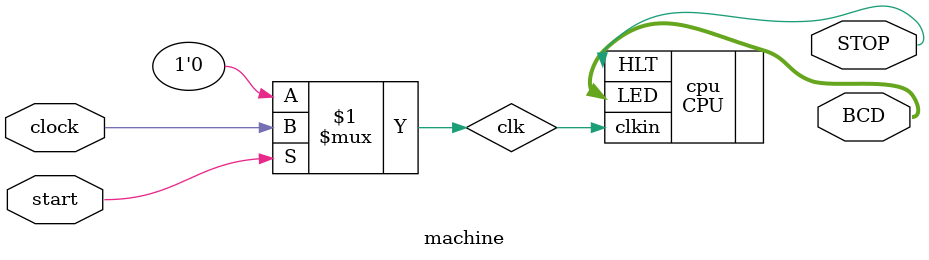
<source format=v>
`timescale 1ms/1ns
`include "CPU.v"

module machine(input start,input clock, output [7:0] BCD,output STOP);
	wire clk;
	assign clk = start ? clock : 1'b0;
	CPU cpu(.clkin(clk), /*output [7:0] OutPut, */.LED(BCD),.HLT(STOP));

endmodule


</source>
